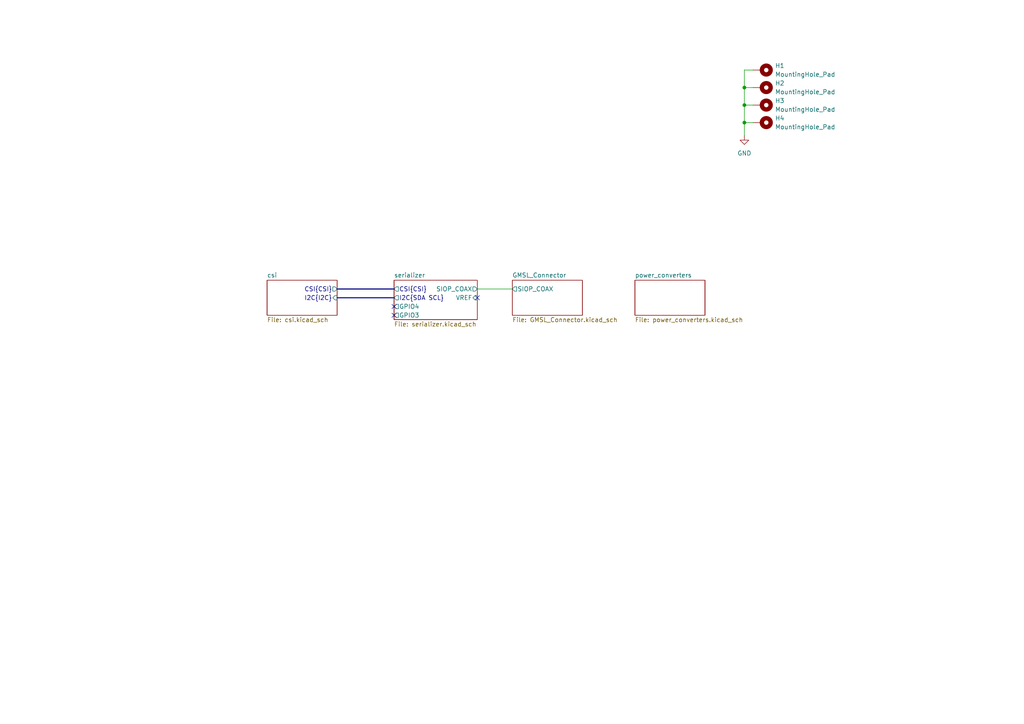
<source format=kicad_sch>
(kicad_sch (version 20231120) (generator "eeschema") (generator_version "8.0")
  (paper "A4")
  (lib_symbols
    (symbol "Mechanical:MountingHole_Pad" (pin_numbers hide) (pin_names (offset 1.016) hide) (exclude_from_sim yes) (in_bom no)
      (property "Reference" "H" (at 0 6.35 0))
      (property "Value" "MountingHole_Pad" (at 0 4.445 0))
      (symbol "MountingHole_Pad_0_1"
        (circle (center 0 1.27) (radius 1.27) (stroke (width 1.27)))
      )
      (symbol "MountingHole_Pad_1_1"
        (pin input line (at 0 -2.54 90) (length 2.54) (name "1") (number "1"))
      )
    )
    (symbol "power:GND" (power) (pin_numbers hide) (pin_names (offset 0) hide)
      (property "Value" "GND" (at 0 -3.81 0))
      (symbol "GND_0_1"
        (polyline (pts (xy 0 0) (xy 0 -1.27) (xy 1.27 -1.27) (xy 0 -2.54) (xy -1.27 -1.27) (xy 0 -1.27)))
      )
      (symbol "GND_1_1"
        (pin power_in line (at 0 0 270) (length 0) (name "~") (number "1"))
      )
    )
  )
  (junction (at 215.9 25.4))
  (junction (at 215.9 30.48))
  (junction (at 215.9 35.56))
  (no_connect (at 114.3 91.44))
  (no_connect (at 138.43 86.36))
  (no_connect (at 114.3 88.9))
  (wire (pts (xy 215.9 25.4) (xy 215.9 20.32)))
  (wire (pts (xy 215.9 30.48) (xy 218.44 30.48)))
  (wire (pts (xy 215.9 30.48) (xy 215.9 25.4)))
  (bus (pts (xy 97.79 86.36) (xy 114.3 86.36)))
  (wire (pts (xy 215.9 25.4) (xy 218.44 25.4)))
  (wire (pts (xy 215.9 39.37) (xy 215.9 35.56)))
  (wire (pts (xy 215.9 20.32) (xy 218.44 20.32)))
  (wire (pts (xy 215.9 35.56) (xy 215.9 30.48)))
  (bus (pts (xy 97.79 83.82) (xy 114.3 83.82)))
  (wire (pts (xy 215.9 35.56) (xy 218.44 35.56)))
  (wire (pts (xy 138.43 83.82) (xy 148.59 83.82)))
  (symbol (lib_id "Mechanical:MountingHole_Pad") (at 220.98 30.48 270) (unit 1) (exclude_from_sim yes) (in_bom no)
    (property "Reference" "H3" (at 224.79 29.2099 90) (effects (justify left)))
    (property "Value" "MountingHole_Pad" (at 224.79 31.7499 90) (effects (justify left)))
    (property "Footprint" "MountingHole:MountingHole_2.5mm_Pad_Via" (effects (hide yes)))
    (property "Description" "Mounting Hole with connection" (effects (hide yes)))
  )
  (symbol (lib_id "Mechanical:MountingHole_Pad") (at 220.98 25.4 270) (unit 1) (exclude_from_sim yes) (in_bom no)
    (property "Reference" "H2" (at 224.79 24.1299 90) (effects (justify left)))
    (property "Value" "MountingHole_Pad" (at 224.79 26.6699 90) (effects (justify left)))
    (property "Footprint" "MountingHole:MountingHole_2.5mm_Pad_Via" (effects (hide yes)))
    (property "Description" "Mounting Hole with connection" (effects (hide yes)))
  )
  (symbol (lib_id "Mechanical:MountingHole_Pad") (at 220.98 20.32 270) (unit 1) (exclude_from_sim yes) (in_bom no)
    (property "Reference" "H1" (at 224.79 19.0499 90) (effects (justify left)))
    (property "Value" "MountingHole_Pad" (at 224.79 21.5899 90) (effects (justify left)))
    (property "Footprint" "MountingHole:MountingHole_2.5mm_Pad_Via" (effects (hide yes)))
    (property "Description" "Mounting Hole with connection" (effects (hide yes)))
  )
  (symbol (lib_id "Mechanical:MountingHole_Pad") (at 220.98 35.56 270) (unit 1) (exclude_from_sim yes) (in_bom no)
    (property "Reference" "H4" (at 224.79 34.2899 90) (effects (justify left)))
    (property "Value" "MountingHole_Pad" (at 224.79 36.8299 90) (effects (justify left)))
    (property "Footprint" "MountingHole:MountingHole_2.5mm_Pad_Via" (effects (hide yes)))
    (property "Description" "Mounting Hole with connection" (effects (hide yes)))
  )
  (symbol (lib_id "power:GND") (at 215.9 39.37 0) (unit 1)
    (property "Reference" "#PWR056" (effects (hide yes)))
    (property "Value" "GND" (at 215.9 44.45 0))
    (property "Description" "Power symbol creates a global label with name \"GND\" , ground" (effects (hide yes)))
  )
  (sheet (at 114.3 81.28) (size 24.13 11.43) (stroke (width 0.1524))
    (property "Sheetname" "serializer" (at 114.3 80.5684 0) (effects (justify left bottom)))
    (property "Sheetfile" "serializer.kicad_sch" (at 114.3 93.2946 0) (effects (justify left top)))
    (pin "SIOP_COAX" output (at 138.43 83.82 0))
    (pin "CSI{CSI}" output (at 114.3 83.82 180))
    (pin "I2C{SDA SCL}" output (at 114.3 86.36 180))
    (pin "VREF" input (at 138.43 86.36 0))
    (pin "GPIO4" output (at 114.3 88.9 180))
    (pin "GPIO3" output (at 114.3 91.44 180))
  )
  (sheet (at 77.47 81.28) (size 20.32 10.16) (stroke (width 0.1524))
    (property "Sheetname" "csi" (at 77.47 80.5684 0) (effects (justify left bottom)))
    (property "Sheetfile" "csi.kicad_sch" (at 77.47 92.0246 0) (effects (justify left top)))
    (pin "I2C{I2C}" input (at 97.79 86.36 0))
    (pin "CSI{CSI}" output (at 97.79 83.82 0))
  )
  (sheet (at 148.59 81.28) (size 20.32 10.16) (stroke (width 0.1524))
    (property "Sheetname" "GMSL_Connector" (at 148.59 80.5684 0) (effects (justify left bottom)))
    (property "Sheetfile" "GMSL_Connector.kicad_sch" (at 148.59 92.0246 0) (effects (justify left top)))
    (pin "SIOP_COAX" output (at 148.59 83.82 180))
  )
  (sheet (at 184.15 81.28) (size 20.32 10.16) (stroke (width 0.1524))
    (property "Sheetname" "power_converters" (at 184.15 80.5684 0) (effects (justify left bottom)))
    (property "Sheetfile" "power_converters.kicad_sch" (at 184.15 92.0246 0) (effects (justify left top)))
  )
)
</source>
